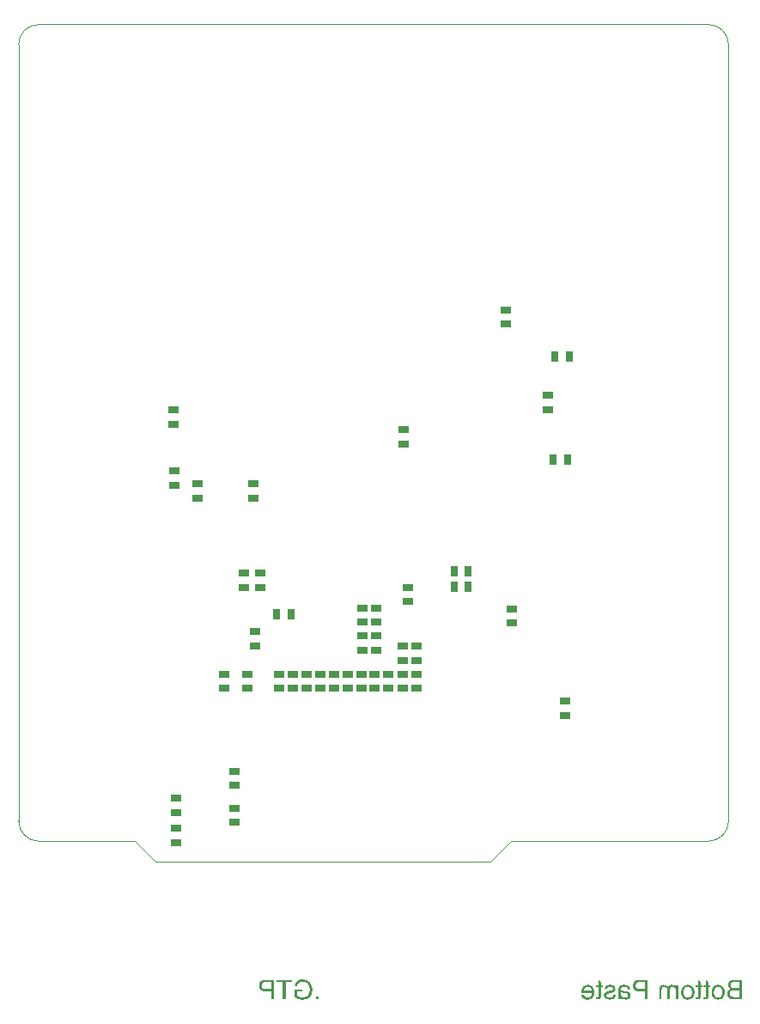
<source format=gbp>
G04 Layer_Color=128*
%FSLAX43Y43*%
%MOMM*%
G71*
G01*
G75*
%ADD10R,1.000X0.640*%
%ADD11R,0.640X1.000*%
%ADD12R,1.000X0.640*%
%ADD13C,0.100*%
G36*
X57396Y-11837D02*
Y-12181D01*
X57571D01*
Y-12365D01*
X57396D01*
Y-13170D01*
Y-13209D01*
Y-13242D01*
X57394Y-13272D01*
X57391Y-13303D01*
Y-13328D01*
X57388Y-13350D01*
X57383Y-13386D01*
X57377Y-13414D01*
X57374Y-13433D01*
X57369Y-13445D01*
Y-13447D01*
X57358Y-13472D01*
X57341Y-13492D01*
X57324Y-13511D01*
X57310Y-13525D01*
X57294Y-13539D01*
X57283Y-13547D01*
X57274Y-13553D01*
X57272Y-13556D01*
X57241Y-13569D01*
X57210Y-13578D01*
X57177Y-13586D01*
X57144Y-13589D01*
X57116Y-13592D01*
X57094Y-13594D01*
X57072D01*
X57011Y-13592D01*
X56980Y-13589D01*
X56952Y-13583D01*
X56927Y-13581D01*
X56908Y-13578D01*
X56897Y-13575D01*
X56891D01*
X56922Y-13367D01*
X56944Y-13370D01*
X56966Y-13372D01*
X56986D01*
X56999Y-13375D01*
X57027D01*
X57063Y-13372D01*
X57088Y-13367D01*
X57102Y-13361D01*
X57108Y-13358D01*
X57127Y-13345D01*
X57138Y-13331D01*
X57147Y-13320D01*
X57149Y-13314D01*
X57152Y-13300D01*
X57155Y-13281D01*
X57158Y-13236D01*
X57160Y-13217D01*
Y-13200D01*
Y-13189D01*
Y-13184D01*
Y-12365D01*
X56922D01*
Y-12181D01*
X57160D01*
Y-11696D01*
X57396Y-11837D01*
D02*
G37*
G36*
X56172Y-12154D02*
X56222Y-12159D01*
X56269Y-12167D01*
X56314Y-12181D01*
X56355Y-12195D01*
X56394Y-12212D01*
X56430Y-12229D01*
X56461Y-12248D01*
X56491Y-12265D01*
X56516Y-12284D01*
X56539Y-12301D01*
X56555Y-12315D01*
X56569Y-12328D01*
X56580Y-12337D01*
X56586Y-12342D01*
X56589Y-12345D01*
X56619Y-12384D01*
X56647Y-12426D01*
X56672Y-12467D01*
X56694Y-12512D01*
X56711Y-12559D01*
X56725Y-12603D01*
X56747Y-12692D01*
X56755Y-12731D01*
X56761Y-12770D01*
X56763Y-12803D01*
X56766Y-12834D01*
X56769Y-12859D01*
Y-12875D01*
Y-12889D01*
Y-12892D01*
X56766Y-12953D01*
X56761Y-13011D01*
X56752Y-13067D01*
X56741Y-13117D01*
X56727Y-13164D01*
X56714Y-13209D01*
X56697Y-13247D01*
X56680Y-13283D01*
X56664Y-13314D01*
X56647Y-13342D01*
X56633Y-13364D01*
X56619Y-13383D01*
X56608Y-13400D01*
X56600Y-13411D01*
X56594Y-13417D01*
X56591Y-13420D01*
X56555Y-13453D01*
X56519Y-13481D01*
X56480Y-13506D01*
X56439Y-13528D01*
X56400Y-13544D01*
X56358Y-13561D01*
X56280Y-13583D01*
X56244Y-13589D01*
X56211Y-13594D01*
X56180Y-13600D01*
X56155Y-13603D01*
X56136Y-13606D01*
X56106D01*
X56019Y-13600D01*
X55942Y-13586D01*
X55872Y-13569D01*
X55845Y-13558D01*
X55817Y-13547D01*
X55792Y-13536D01*
X55770Y-13525D01*
X55753Y-13517D01*
X55736Y-13508D01*
X55725Y-13500D01*
X55717Y-13494D01*
X55711Y-13489D01*
X55709D01*
X55653Y-13439D01*
X55609Y-13386D01*
X55570Y-13331D01*
X55542Y-13278D01*
X55520Y-13231D01*
X55511Y-13209D01*
X55503Y-13192D01*
X55498Y-13175D01*
X55495Y-13164D01*
X55492Y-13159D01*
Y-13156D01*
X55736Y-13125D01*
X55758Y-13178D01*
X55783Y-13222D01*
X55808Y-13261D01*
X55831Y-13292D01*
X55850Y-13314D01*
X55867Y-13331D01*
X55881Y-13342D01*
X55883Y-13345D01*
X55920Y-13367D01*
X55956Y-13383D01*
X55994Y-13395D01*
X56028Y-13403D01*
X56058Y-13408D01*
X56083Y-13411D01*
X56106D01*
X56139Y-13408D01*
X56169Y-13406D01*
X56225Y-13392D01*
X56275Y-13372D01*
X56319Y-13350D01*
X56353Y-13331D01*
X56378Y-13311D01*
X56394Y-13297D01*
X56397Y-13292D01*
X56400D01*
X56439Y-13242D01*
X56469Y-13186D01*
X56491Y-13125D01*
X56508Y-13070D01*
X56516Y-13020D01*
X56522Y-12998D01*
X56525Y-12978D01*
Y-12961D01*
X56528Y-12950D01*
Y-12942D01*
Y-12939D01*
X55486D01*
X55484Y-12911D01*
Y-12892D01*
Y-12881D01*
Y-12878D01*
X55486Y-12814D01*
X55492Y-12756D01*
X55500Y-12700D01*
X55511Y-12648D01*
X55525Y-12601D01*
X55539Y-12556D01*
X55556Y-12517D01*
X55572Y-12481D01*
X55589Y-12448D01*
X55606Y-12420D01*
X55620Y-12398D01*
X55634Y-12378D01*
X55645Y-12362D01*
X55653Y-12351D01*
X55659Y-12345D01*
X55661Y-12342D01*
X55695Y-12309D01*
X55731Y-12279D01*
X55770Y-12254D01*
X55808Y-12231D01*
X55847Y-12212D01*
X55883Y-12198D01*
X55922Y-12184D01*
X55956Y-12176D01*
X55992Y-12167D01*
X56022Y-12162D01*
X56050Y-12156D01*
X56072Y-12154D01*
X56092Y-12151D01*
X56119D01*
X56172Y-12154D01*
D02*
G37*
G36*
X67996Y-11837D02*
Y-12181D01*
X68171D01*
Y-12365D01*
X67996D01*
Y-13170D01*
Y-13209D01*
Y-13242D01*
X67993Y-13272D01*
X67991Y-13303D01*
Y-13328D01*
X67988Y-13350D01*
X67982Y-13386D01*
X67977Y-13414D01*
X67974Y-13433D01*
X67968Y-13445D01*
Y-13447D01*
X67957Y-13472D01*
X67941Y-13492D01*
X67924Y-13511D01*
X67910Y-13525D01*
X67893Y-13539D01*
X67882Y-13547D01*
X67874Y-13553D01*
X67871Y-13556D01*
X67841Y-13569D01*
X67810Y-13578D01*
X67777Y-13586D01*
X67743Y-13589D01*
X67716Y-13592D01*
X67693Y-13594D01*
X67671D01*
X67610Y-13592D01*
X67580Y-13589D01*
X67552Y-13583D01*
X67527Y-13581D01*
X67507Y-13578D01*
X67496Y-13575D01*
X67491D01*
X67521Y-13367D01*
X67544Y-13370D01*
X67566Y-13372D01*
X67585D01*
X67599Y-13375D01*
X67627D01*
X67663Y-13372D01*
X67688Y-13367D01*
X67702Y-13361D01*
X67707Y-13358D01*
X67727Y-13345D01*
X67738Y-13331D01*
X67746Y-13320D01*
X67749Y-13314D01*
X67752Y-13300D01*
X67755Y-13281D01*
X67757Y-13236D01*
X67760Y-13217D01*
Y-13200D01*
Y-13189D01*
Y-13184D01*
Y-12365D01*
X67521D01*
Y-12181D01*
X67760D01*
Y-11696D01*
X67996Y-11837D01*
D02*
G37*
G36*
X67249D02*
Y-12181D01*
X67424D01*
Y-12365D01*
X67249D01*
Y-13170D01*
Y-13209D01*
Y-13242D01*
X67246Y-13272D01*
X67244Y-13303D01*
Y-13328D01*
X67241Y-13350D01*
X67235Y-13386D01*
X67230Y-13414D01*
X67227Y-13433D01*
X67222Y-13445D01*
Y-13447D01*
X67210Y-13472D01*
X67194Y-13492D01*
X67177Y-13511D01*
X67163Y-13525D01*
X67147Y-13539D01*
X67135Y-13547D01*
X67127Y-13553D01*
X67124Y-13556D01*
X67094Y-13569D01*
X67063Y-13578D01*
X67030Y-13586D01*
X66997Y-13589D01*
X66969Y-13592D01*
X66947Y-13594D01*
X66924D01*
X66863Y-13592D01*
X66833Y-13589D01*
X66805Y-13583D01*
X66780Y-13581D01*
X66761Y-13578D01*
X66750Y-13575D01*
X66744D01*
X66775Y-13367D01*
X66797Y-13370D01*
X66819Y-13372D01*
X66838D01*
X66852Y-13375D01*
X66880D01*
X66916Y-13372D01*
X66941Y-13367D01*
X66955Y-13361D01*
X66961Y-13358D01*
X66980Y-13345D01*
X66991Y-13331D01*
X66999Y-13320D01*
X67002Y-13314D01*
X67005Y-13300D01*
X67008Y-13281D01*
X67011Y-13236D01*
X67013Y-13217D01*
Y-13200D01*
Y-13189D01*
Y-13184D01*
Y-12365D01*
X66775D01*
Y-12181D01*
X67013D01*
Y-11696D01*
X67249Y-11837D01*
D02*
G37*
G36*
X71300Y-13575D02*
X70567D01*
X70500Y-13572D01*
X70442Y-13569D01*
X70389Y-13564D01*
X70345Y-13558D01*
X70309Y-13553D01*
X70281Y-13550D01*
X70264Y-13544D01*
X70259D01*
X70212Y-13531D01*
X70173Y-13517D01*
X70137Y-13500D01*
X70106Y-13483D01*
X70081Y-13472D01*
X70062Y-13461D01*
X70050Y-13453D01*
X70048Y-13450D01*
X70017Y-13425D01*
X69989Y-13395D01*
X69967Y-13364D01*
X69945Y-13336D01*
X69928Y-13308D01*
X69917Y-13289D01*
X69909Y-13275D01*
X69906Y-13270D01*
X69887Y-13225D01*
X69873Y-13181D01*
X69862Y-13139D01*
X69856Y-13100D01*
X69851Y-13067D01*
X69848Y-13039D01*
Y-13023D01*
Y-13020D01*
Y-13017D01*
X69851Y-12956D01*
X69862Y-12900D01*
X69878Y-12853D01*
X69895Y-12809D01*
X69912Y-12775D01*
X69928Y-12750D01*
X69939Y-12734D01*
X69942Y-12728D01*
X69981Y-12684D01*
X70023Y-12648D01*
X70070Y-12617D01*
X70112Y-12592D01*
X70150Y-12573D01*
X70184Y-12562D01*
X70195Y-12556D01*
X70203Y-12553D01*
X70209Y-12551D01*
X70212D01*
X70164Y-12523D01*
X70123Y-12495D01*
X70089Y-12465D01*
X70062Y-12437D01*
X70039Y-12415D01*
X70023Y-12392D01*
X70014Y-12381D01*
X70012Y-12376D01*
X69989Y-12334D01*
X69973Y-12295D01*
X69959Y-12256D01*
X69951Y-12220D01*
X69945Y-12190D01*
X69942Y-12165D01*
Y-12151D01*
Y-12145D01*
X69945Y-12098D01*
X69953Y-12051D01*
X69967Y-12009D01*
X69981Y-11970D01*
X69995Y-11937D01*
X70009Y-11915D01*
X70017Y-11898D01*
X70020Y-11893D01*
X70050Y-11851D01*
X70084Y-11812D01*
X70120Y-11782D01*
X70153Y-11757D01*
X70181Y-11737D01*
X70206Y-11723D01*
X70223Y-11715D01*
X70225Y-11712D01*
X70228D01*
X70281Y-11693D01*
X70339Y-11679D01*
X70398Y-11668D01*
X70453Y-11662D01*
X70503Y-11657D01*
X70525D01*
X70545Y-11654D01*
X71300D01*
Y-13575D01*
D02*
G37*
G36*
X66025Y-12154D02*
X66069Y-12156D01*
X66155Y-12176D01*
X66230Y-12201D01*
X66264Y-12215D01*
X66294Y-12229D01*
X66322Y-12242D01*
X66344Y-12256D01*
X66366Y-12270D01*
X66383Y-12281D01*
X66397Y-12292D01*
X66408Y-12301D01*
X66414Y-12304D01*
X66416Y-12306D01*
X66455Y-12342D01*
X66486Y-12384D01*
X66516Y-12428D01*
X66539Y-12473D01*
X66561Y-12520D01*
X66577Y-12570D01*
X66591Y-12617D01*
X66602Y-12662D01*
X66614Y-12706D01*
X66619Y-12745D01*
X66625Y-12784D01*
X66627Y-12814D01*
Y-12842D01*
X66630Y-12862D01*
Y-12873D01*
Y-12878D01*
X66627Y-12942D01*
X66622Y-13003D01*
X66614Y-13059D01*
X66602Y-13111D01*
X66589Y-13159D01*
X66575Y-13203D01*
X66558Y-13245D01*
X66541Y-13281D01*
X66525Y-13314D01*
X66508Y-13342D01*
X66494Y-13364D01*
X66480Y-13383D01*
X66469Y-13400D01*
X66461Y-13411D01*
X66455Y-13417D01*
X66452Y-13420D01*
X66416Y-13453D01*
X66380Y-13481D01*
X66341Y-13506D01*
X66303Y-13528D01*
X66264Y-13544D01*
X66222Y-13561D01*
X66147Y-13583D01*
X66114Y-13589D01*
X66080Y-13594D01*
X66053Y-13600D01*
X66028Y-13603D01*
X66006Y-13606D01*
X65978D01*
X65911Y-13603D01*
X65850Y-13592D01*
X65792Y-13578D01*
X65745Y-13564D01*
X65703Y-13547D01*
X65686Y-13542D01*
X65672Y-13536D01*
X65659Y-13531D01*
X65650Y-13525D01*
X65647Y-13522D01*
X65645D01*
X65589Y-13486D01*
X65542Y-13447D01*
X65500Y-13408D01*
X65467Y-13370D01*
X65442Y-13336D01*
X65423Y-13308D01*
X65417Y-13297D01*
X65411Y-13289D01*
X65409Y-13286D01*
Y-13283D01*
X65381Y-13220D01*
X65361Y-13150D01*
X65345Y-13081D01*
X65336Y-13011D01*
X65331Y-12981D01*
Y-12953D01*
X65328Y-12925D01*
X65325Y-12903D01*
Y-12884D01*
Y-12870D01*
Y-12862D01*
Y-12859D01*
X65328Y-12798D01*
X65334Y-12742D01*
X65342Y-12689D01*
X65353Y-12639D01*
X65367Y-12592D01*
X65384Y-12551D01*
X65400Y-12509D01*
X65417Y-12476D01*
X65434Y-12445D01*
X65450Y-12417D01*
X65467Y-12392D01*
X65481Y-12373D01*
X65492Y-12359D01*
X65500Y-12348D01*
X65506Y-12342D01*
X65509Y-12340D01*
X65545Y-12306D01*
X65581Y-12279D01*
X65620Y-12251D01*
X65659Y-12231D01*
X65697Y-12212D01*
X65736Y-12198D01*
X65811Y-12173D01*
X65847Y-12167D01*
X65878Y-12162D01*
X65906Y-12156D01*
X65931Y-12154D01*
X65950Y-12151D01*
X65978D01*
X66025Y-12154D01*
D02*
G37*
G36*
X58401Y-12156D02*
X58435Y-12159D01*
X58465Y-12165D01*
X58490Y-12170D01*
X58510Y-12176D01*
X58521Y-12179D01*
X58526Y-12181D01*
X58560Y-12192D01*
X58590Y-12204D01*
X58615Y-12215D01*
X58637Y-12226D01*
X58654Y-12234D01*
X58665Y-12242D01*
X58674Y-12245D01*
X58676Y-12248D01*
X58704Y-12267D01*
X58726Y-12290D01*
X58746Y-12315D01*
X58762Y-12334D01*
X58776Y-12353D01*
X58785Y-12367D01*
X58790Y-12378D01*
X58793Y-12381D01*
X58807Y-12412D01*
X58818Y-12440D01*
X58823Y-12470D01*
X58829Y-12495D01*
X58832Y-12520D01*
X58835Y-12537D01*
Y-12548D01*
Y-12553D01*
X58832Y-12592D01*
X58826Y-12626D01*
X58818Y-12659D01*
X58810Y-12687D01*
X58801Y-12709D01*
X58793Y-12728D01*
X58787Y-12739D01*
X58785Y-12742D01*
X58762Y-12773D01*
X58737Y-12798D01*
X58712Y-12820D01*
X58687Y-12839D01*
X58665Y-12853D01*
X58649Y-12864D01*
X58637Y-12870D01*
X58632Y-12873D01*
X58612Y-12881D01*
X58587Y-12892D01*
X58532Y-12911D01*
X58474Y-12928D01*
X58413Y-12948D01*
X58360Y-12961D01*
X58335Y-12970D01*
X58313Y-12975D01*
X58296Y-12981D01*
X58282Y-12984D01*
X58274Y-12986D01*
X58271D01*
X58235Y-12995D01*
X58204Y-13003D01*
X58177Y-13011D01*
X58152Y-13020D01*
X58129Y-13025D01*
X58110Y-13034D01*
X58077Y-13045D01*
X58054Y-13053D01*
X58041Y-13061D01*
X58032Y-13064D01*
X58029Y-13067D01*
X58004Y-13084D01*
X57988Y-13106D01*
X57974Y-13125D01*
X57966Y-13145D01*
X57960Y-13164D01*
X57957Y-13178D01*
Y-13189D01*
Y-13192D01*
X57960Y-13225D01*
X57968Y-13253D01*
X57982Y-13281D01*
X57996Y-13303D01*
X58013Y-13322D01*
X58024Y-13336D01*
X58035Y-13345D01*
X58038Y-13347D01*
X58071Y-13370D01*
X58107Y-13383D01*
X58149Y-13395D01*
X58188Y-13403D01*
X58224Y-13408D01*
X58252Y-13411D01*
X58279D01*
X58338Y-13408D01*
X58388Y-13400D01*
X58429Y-13389D01*
X58465Y-13375D01*
X58493Y-13361D01*
X58515Y-13350D01*
X58526Y-13342D01*
X58532Y-13339D01*
X58562Y-13308D01*
X58587Y-13272D01*
X58604Y-13236D01*
X58618Y-13203D01*
X58629Y-13172D01*
X58635Y-13145D01*
X58640Y-13128D01*
Y-13125D01*
Y-13122D01*
X58873Y-13159D01*
X58854Y-13236D01*
X58829Y-13306D01*
X58798Y-13361D01*
X58768Y-13408D01*
X58740Y-13447D01*
X58715Y-13472D01*
X58699Y-13489D01*
X58696Y-13492D01*
X58693Y-13494D01*
X58665Y-13514D01*
X58635Y-13531D01*
X58568Y-13558D01*
X58499Y-13578D01*
X58432Y-13592D01*
X58401Y-13597D01*
X58374Y-13600D01*
X58346Y-13603D01*
X58324D01*
X58304Y-13606D01*
X58279D01*
X58218Y-13603D01*
X58165Y-13597D01*
X58116Y-13589D01*
X58071Y-13578D01*
X58035Y-13567D01*
X58007Y-13558D01*
X57991Y-13553D01*
X57988Y-13550D01*
X57985D01*
X57938Y-13525D01*
X57899Y-13500D01*
X57866Y-13472D01*
X57835Y-13447D01*
X57813Y-13425D01*
X57799Y-13406D01*
X57788Y-13395D01*
X57785Y-13389D01*
X57763Y-13350D01*
X57746Y-13308D01*
X57732Y-13272D01*
X57724Y-13239D01*
X57719Y-13209D01*
X57716Y-13186D01*
Y-13172D01*
Y-13167D01*
X57719Y-13122D01*
X57724Y-13084D01*
X57735Y-13050D01*
X57743Y-13020D01*
X57755Y-12995D01*
X57766Y-12978D01*
X57771Y-12967D01*
X57774Y-12964D01*
X57796Y-12936D01*
X57821Y-12911D01*
X57846Y-12889D01*
X57871Y-12873D01*
X57896Y-12859D01*
X57913Y-12850D01*
X57924Y-12845D01*
X57930Y-12842D01*
X57949Y-12834D01*
X57971Y-12825D01*
X58024Y-12806D01*
X58082Y-12787D01*
X58140Y-12770D01*
X58193Y-12753D01*
X58218Y-12748D01*
X58238Y-12742D01*
X58254Y-12737D01*
X58268Y-12734D01*
X58277Y-12731D01*
X58279D01*
X58310Y-12723D01*
X58338Y-12714D01*
X58363Y-12709D01*
X58385Y-12700D01*
X58421Y-12692D01*
X58449Y-12684D01*
X58468Y-12676D01*
X58479Y-12673D01*
X58485Y-12670D01*
X58488D01*
X58510Y-12659D01*
X58529Y-12651D01*
X58546Y-12639D01*
X58557Y-12631D01*
X58568Y-12623D01*
X58574Y-12614D01*
X58576Y-12612D01*
X58579Y-12609D01*
X58596Y-12581D01*
X58604Y-12553D01*
Y-12542D01*
X58607Y-12534D01*
Y-12528D01*
Y-12526D01*
X58604Y-12501D01*
X58596Y-12476D01*
X58585Y-12453D01*
X58571Y-12437D01*
X58560Y-12420D01*
X58549Y-12409D01*
X58540Y-12403D01*
X58537Y-12401D01*
X58507Y-12381D01*
X58471Y-12367D01*
X58432Y-12359D01*
X58396Y-12351D01*
X58360Y-12348D01*
X58332Y-12345D01*
X58304D01*
X58257Y-12348D01*
X58213Y-12353D01*
X58177Y-12365D01*
X58149Y-12376D01*
X58124Y-12387D01*
X58107Y-12398D01*
X58096Y-12403D01*
X58093Y-12406D01*
X58066Y-12431D01*
X58046Y-12459D01*
X58029Y-12487D01*
X58016Y-12512D01*
X58007Y-12537D01*
X58002Y-12556D01*
X57999Y-12567D01*
Y-12573D01*
X57768Y-12542D01*
X57780Y-12495D01*
X57791Y-12453D01*
X57805Y-12417D01*
X57818Y-12384D01*
X57832Y-12362D01*
X57843Y-12342D01*
X57849Y-12331D01*
X57852Y-12328D01*
X57877Y-12301D01*
X57905Y-12276D01*
X57935Y-12254D01*
X57966Y-12234D01*
X57993Y-12220D01*
X58016Y-12209D01*
X58029Y-12204D01*
X58032Y-12201D01*
X58035D01*
X58082Y-12184D01*
X58132Y-12173D01*
X58179Y-12162D01*
X58224Y-12156D01*
X58265Y-12154D01*
X58296Y-12151D01*
X58363D01*
X58401Y-12156D01*
D02*
G37*
G36*
X62033Y-13575D02*
X61777D01*
Y-12795D01*
X61286D01*
X61214Y-12792D01*
X61144Y-12787D01*
X61083Y-12778D01*
X61028Y-12767D01*
X60975Y-12756D01*
X60931Y-12742D01*
X60889Y-12725D01*
X60853Y-12709D01*
X60822Y-12695D01*
X60795Y-12678D01*
X60772Y-12664D01*
X60756Y-12651D01*
X60742Y-12642D01*
X60733Y-12634D01*
X60728Y-12628D01*
X60725Y-12626D01*
X60697Y-12592D01*
X60672Y-12559D01*
X60653Y-12526D01*
X60634Y-12490D01*
X60617Y-12453D01*
X60606Y-12420D01*
X60586Y-12356D01*
X60581Y-12326D01*
X60575Y-12298D01*
X60572Y-12273D01*
X60570Y-12254D01*
X60567Y-12234D01*
Y-12223D01*
Y-12215D01*
Y-12212D01*
X60570Y-12159D01*
X60575Y-12109D01*
X60586Y-12065D01*
X60595Y-12026D01*
X60606Y-11993D01*
X60617Y-11968D01*
X60622Y-11954D01*
X60625Y-11948D01*
X60647Y-11906D01*
X60675Y-11870D01*
X60700Y-11837D01*
X60725Y-11812D01*
X60747Y-11793D01*
X60764Y-11776D01*
X60775Y-11768D01*
X60781Y-11765D01*
X60817Y-11743D01*
X60858Y-11723D01*
X60897Y-11707D01*
X60933Y-11693D01*
X60967Y-11684D01*
X60992Y-11679D01*
X61011Y-11673D01*
X61017D01*
X61058Y-11668D01*
X61105Y-11662D01*
X61155Y-11659D01*
X61203Y-11657D01*
X61244Y-11654D01*
X62033D01*
Y-13575D01*
D02*
G37*
G36*
X69012Y-12154D02*
X69057Y-12156D01*
X69143Y-12176D01*
X69218Y-12201D01*
X69251Y-12215D01*
X69281Y-12229D01*
X69309Y-12242D01*
X69331Y-12256D01*
X69354Y-12270D01*
X69370Y-12281D01*
X69384Y-12292D01*
X69395Y-12301D01*
X69401Y-12304D01*
X69404Y-12306D01*
X69442Y-12342D01*
X69473Y-12384D01*
X69504Y-12428D01*
X69526Y-12473D01*
X69548Y-12520D01*
X69565Y-12570D01*
X69579Y-12617D01*
X69590Y-12662D01*
X69601Y-12706D01*
X69606Y-12745D01*
X69612Y-12784D01*
X69615Y-12814D01*
Y-12842D01*
X69617Y-12862D01*
Y-12873D01*
Y-12878D01*
X69615Y-12942D01*
X69609Y-13003D01*
X69601Y-13059D01*
X69590Y-13111D01*
X69576Y-13159D01*
X69562Y-13203D01*
X69545Y-13245D01*
X69529Y-13281D01*
X69512Y-13314D01*
X69495Y-13342D01*
X69481Y-13364D01*
X69467Y-13383D01*
X69456Y-13400D01*
X69448Y-13411D01*
X69442Y-13417D01*
X69440Y-13420D01*
X69404Y-13453D01*
X69368Y-13481D01*
X69329Y-13506D01*
X69290Y-13528D01*
X69251Y-13544D01*
X69209Y-13561D01*
X69134Y-13583D01*
X69101Y-13589D01*
X69068Y-13594D01*
X69040Y-13600D01*
X69015Y-13603D01*
X68993Y-13606D01*
X68965D01*
X68898Y-13603D01*
X68837Y-13592D01*
X68779Y-13578D01*
X68732Y-13564D01*
X68690Y-13547D01*
X68673Y-13542D01*
X68660Y-13536D01*
X68646Y-13531D01*
X68637Y-13525D01*
X68635Y-13522D01*
X68632D01*
X68576Y-13486D01*
X68529Y-13447D01*
X68487Y-13408D01*
X68454Y-13370D01*
X68429Y-13336D01*
X68410Y-13308D01*
X68404Y-13297D01*
X68399Y-13289D01*
X68396Y-13286D01*
Y-13283D01*
X68368Y-13220D01*
X68349Y-13150D01*
X68332Y-13081D01*
X68324Y-13011D01*
X68318Y-12981D01*
Y-12953D01*
X68315Y-12925D01*
X68313Y-12903D01*
Y-12884D01*
Y-12870D01*
Y-12862D01*
Y-12859D01*
X68315Y-12798D01*
X68321Y-12742D01*
X68329Y-12689D01*
X68340Y-12639D01*
X68354Y-12592D01*
X68371Y-12551D01*
X68388Y-12509D01*
X68404Y-12476D01*
X68421Y-12445D01*
X68438Y-12417D01*
X68454Y-12392D01*
X68468Y-12373D01*
X68479Y-12359D01*
X68487Y-12348D01*
X68493Y-12342D01*
X68496Y-12340D01*
X68532Y-12306D01*
X68568Y-12279D01*
X68607Y-12251D01*
X68646Y-12231D01*
X68685Y-12212D01*
X68723Y-12198D01*
X68798Y-12173D01*
X68835Y-12167D01*
X68865Y-12162D01*
X68893Y-12156D01*
X68918Y-12154D01*
X68937Y-12151D01*
X68965D01*
X69012Y-12154D01*
D02*
G37*
G36*
X26951Y-11882D02*
X26318D01*
Y-13575D01*
X26063D01*
Y-11882D01*
X25430D01*
Y-11654D01*
X26951D01*
Y-11882D01*
D02*
G37*
G36*
X25166Y-13575D02*
X24910D01*
Y-12795D01*
X24419D01*
X24347Y-12792D01*
X24277Y-12787D01*
X24216Y-12778D01*
X24161Y-12767D01*
X24108Y-12756D01*
X24064Y-12742D01*
X24022Y-12725D01*
X23986Y-12709D01*
X23955Y-12695D01*
X23928Y-12678D01*
X23905Y-12664D01*
X23889Y-12651D01*
X23875Y-12642D01*
X23867Y-12634D01*
X23861Y-12628D01*
X23858Y-12626D01*
X23830Y-12592D01*
X23805Y-12559D01*
X23786Y-12526D01*
X23767Y-12490D01*
X23750Y-12453D01*
X23739Y-12420D01*
X23719Y-12356D01*
X23714Y-12326D01*
X23708Y-12298D01*
X23706Y-12273D01*
X23703Y-12254D01*
X23700Y-12234D01*
Y-12223D01*
Y-12215D01*
Y-12212D01*
X23703Y-12159D01*
X23708Y-12109D01*
X23719Y-12065D01*
X23728Y-12026D01*
X23739Y-11993D01*
X23750Y-11968D01*
X23756Y-11954D01*
X23758Y-11948D01*
X23780Y-11906D01*
X23808Y-11870D01*
X23833Y-11837D01*
X23858Y-11812D01*
X23880Y-11793D01*
X23897Y-11776D01*
X23908Y-11768D01*
X23914Y-11765D01*
X23950Y-11743D01*
X23991Y-11723D01*
X24030Y-11707D01*
X24066Y-11693D01*
X24100Y-11684D01*
X24125Y-11679D01*
X24144Y-11673D01*
X24150D01*
X24191Y-11668D01*
X24239Y-11662D01*
X24289Y-11659D01*
X24336Y-11657D01*
X24377Y-11654D01*
X25166D01*
Y-13575D01*
D02*
G37*
G36*
X64467Y-12154D02*
X64515Y-12162D01*
X64556Y-12170D01*
X64592Y-12181D01*
X64623Y-12195D01*
X64645Y-12204D01*
X64659Y-12212D01*
X64665Y-12215D01*
X64703Y-12240D01*
X64737Y-12267D01*
X64767Y-12295D01*
X64792Y-12323D01*
X64812Y-12345D01*
X64828Y-12365D01*
X64837Y-12376D01*
X64840Y-12381D01*
Y-12181D01*
X65051D01*
Y-13575D01*
X64815D01*
Y-12853D01*
X64812Y-12787D01*
X64809Y-12728D01*
X64803Y-12678D01*
X64795Y-12637D01*
X64787Y-12606D01*
X64781Y-12584D01*
X64778Y-12570D01*
X64776Y-12564D01*
X64759Y-12528D01*
X64740Y-12498D01*
X64720Y-12470D01*
X64701Y-12448D01*
X64681Y-12431D01*
X64667Y-12420D01*
X64656Y-12412D01*
X64654Y-12409D01*
X64620Y-12392D01*
X64590Y-12378D01*
X64556Y-12370D01*
X64529Y-12362D01*
X64506Y-12359D01*
X64487Y-12356D01*
X64470D01*
X64423Y-12359D01*
X64384Y-12367D01*
X64351Y-12381D01*
X64326Y-12395D01*
X64306Y-12412D01*
X64293Y-12423D01*
X64284Y-12434D01*
X64282Y-12437D01*
X64262Y-12470D01*
X64248Y-12506D01*
X64237Y-12545D01*
X64232Y-12584D01*
X64226Y-12617D01*
X64223Y-12648D01*
Y-12659D01*
Y-12664D01*
Y-12670D01*
Y-12673D01*
Y-13575D01*
X63987D01*
Y-12767D01*
X63982Y-12692D01*
X63971Y-12628D01*
X63957Y-12576D01*
X63937Y-12531D01*
X63921Y-12498D01*
X63904Y-12476D01*
X63893Y-12462D01*
X63890Y-12456D01*
X63851Y-12423D01*
X63810Y-12398D01*
X63768Y-12381D01*
X63729Y-12367D01*
X63696Y-12362D01*
X63668Y-12359D01*
X63657Y-12356D01*
X63643D01*
X63612Y-12359D01*
X63587Y-12362D01*
X63562Y-12367D01*
X63543Y-12376D01*
X63524Y-12384D01*
X63512Y-12390D01*
X63504Y-12392D01*
X63501Y-12395D01*
X63479Y-12412D01*
X63463Y-12428D01*
X63449Y-12445D01*
X63438Y-12462D01*
X63429Y-12476D01*
X63424Y-12487D01*
X63418Y-12495D01*
Y-12498D01*
X63410Y-12523D01*
X63404Y-12556D01*
X63401Y-12589D01*
X63399Y-12623D01*
X63396Y-12653D01*
Y-12678D01*
Y-12695D01*
Y-12698D01*
Y-12700D01*
Y-13575D01*
X63160D01*
Y-12620D01*
Y-12576D01*
X63165Y-12537D01*
X63171Y-12498D01*
X63177Y-12465D01*
X63185Y-12431D01*
X63196Y-12403D01*
X63204Y-12378D01*
X63215Y-12353D01*
X63227Y-12334D01*
X63235Y-12315D01*
X63254Y-12290D01*
X63265Y-12273D01*
X63271Y-12267D01*
X63315Y-12229D01*
X63368Y-12201D01*
X63421Y-12179D01*
X63471Y-12165D01*
X63518Y-12156D01*
X63537Y-12154D01*
X63557D01*
X63571Y-12151D01*
X63590D01*
X63640Y-12154D01*
X63685Y-12162D01*
X63729Y-12173D01*
X63771Y-12190D01*
X63810Y-12209D01*
X63846Y-12229D01*
X63876Y-12251D01*
X63907Y-12273D01*
X63934Y-12298D01*
X63957Y-12320D01*
X63976Y-12340D01*
X63993Y-12359D01*
X64007Y-12376D01*
X64015Y-12387D01*
X64021Y-12395D01*
X64023Y-12398D01*
X64040Y-12356D01*
X64062Y-12320D01*
X64087Y-12290D01*
X64109Y-12265D01*
X64132Y-12242D01*
X64148Y-12229D01*
X64159Y-12220D01*
X64165Y-12217D01*
X64204Y-12195D01*
X64245Y-12179D01*
X64287Y-12167D01*
X64329Y-12159D01*
X64362Y-12154D01*
X64393Y-12151D01*
X64418D01*
X64467Y-12154D01*
D02*
G37*
G36*
X29605Y-13575D02*
X29336D01*
Y-13306D01*
X29605D01*
Y-13575D01*
D02*
G37*
G36*
X28103Y-11626D02*
X28200Y-11640D01*
X28245Y-11648D01*
X28286Y-11659D01*
X28325Y-11668D01*
X28361Y-11679D01*
X28395Y-11690D01*
X28422Y-11701D01*
X28447Y-11712D01*
X28470Y-11720D01*
X28486Y-11729D01*
X28497Y-11734D01*
X28506Y-11737D01*
X28508Y-11740D01*
X28547Y-11765D01*
X28586Y-11790D01*
X28653Y-11848D01*
X28711Y-11906D01*
X28758Y-11968D01*
X28797Y-12020D01*
X28811Y-12043D01*
X28822Y-12065D01*
X28833Y-12081D01*
X28839Y-12092D01*
X28842Y-12101D01*
X28844Y-12104D01*
X28883Y-12195D01*
X28911Y-12287D01*
X28933Y-12376D01*
X28939Y-12417D01*
X28947Y-12456D01*
X28950Y-12492D01*
X28955Y-12523D01*
X28958Y-12553D01*
Y-12578D01*
X28961Y-12598D01*
Y-12612D01*
Y-12623D01*
Y-12626D01*
X28955Y-12728D01*
X28941Y-12825D01*
X28933Y-12870D01*
X28925Y-12911D01*
X28914Y-12953D01*
X28903Y-12989D01*
X28892Y-13023D01*
X28880Y-13050D01*
X28872Y-13078D01*
X28864Y-13097D01*
X28855Y-13117D01*
X28850Y-13128D01*
X28844Y-13136D01*
Y-13139D01*
X28794Y-13220D01*
X28739Y-13289D01*
X28681Y-13350D01*
X28625Y-13400D01*
X28572Y-13439D01*
X28553Y-13453D01*
X28533Y-13467D01*
X28517Y-13475D01*
X28506Y-13483D01*
X28497Y-13486D01*
X28495Y-13489D01*
X28450Y-13511D01*
X28406Y-13528D01*
X28317Y-13558D01*
X28231Y-13578D01*
X28150Y-13594D01*
X28114Y-13597D01*
X28081Y-13603D01*
X28050Y-13606D01*
X28025D01*
X28006Y-13608D01*
X27978D01*
X27900Y-13606D01*
X27825Y-13597D01*
X27756Y-13583D01*
X27695Y-13569D01*
X27670Y-13564D01*
X27645Y-13558D01*
X27623Y-13550D01*
X27603Y-13544D01*
X27589Y-13539D01*
X27578Y-13536D01*
X27573Y-13533D01*
X27570D01*
X27495Y-13503D01*
X27426Y-13467D01*
X27359Y-13428D01*
X27301Y-13392D01*
X27276Y-13375D01*
X27251Y-13358D01*
X27231Y-13345D01*
X27215Y-13333D01*
X27201Y-13322D01*
X27190Y-13314D01*
X27184Y-13311D01*
X27181Y-13308D01*
Y-12595D01*
X27998D01*
Y-12823D01*
X27431D01*
Y-13184D01*
X27465Y-13211D01*
X27503Y-13236D01*
X27545Y-13259D01*
X27584Y-13278D01*
X27617Y-13295D01*
X27648Y-13308D01*
X27659Y-13314D01*
X27664Y-13317D01*
X27670Y-13320D01*
X27673D01*
X27731Y-13339D01*
X27789Y-13356D01*
X27842Y-13367D01*
X27892Y-13372D01*
X27934Y-13378D01*
X27950D01*
X27967Y-13381D01*
X27995D01*
X28064Y-13378D01*
X28131Y-13367D01*
X28192Y-13353D01*
X28247Y-13339D01*
X28292Y-13322D01*
X28311Y-13317D01*
X28325Y-13311D01*
X28339Y-13306D01*
X28347Y-13300D01*
X28353Y-13297D01*
X28356D01*
X28414Y-13261D01*
X28467Y-13222D01*
X28511Y-13181D01*
X28547Y-13139D01*
X28578Y-13100D01*
X28597Y-13070D01*
X28606Y-13059D01*
X28608Y-13050D01*
X28614Y-13045D01*
Y-13042D01*
X28642Y-12973D01*
X28664Y-12900D01*
X28678Y-12828D01*
X28689Y-12759D01*
X28692Y-12728D01*
X28694Y-12700D01*
X28697Y-12673D01*
Y-12651D01*
X28700Y-12634D01*
Y-12620D01*
Y-12612D01*
Y-12609D01*
X28697Y-12531D01*
X28689Y-12462D01*
X28678Y-12395D01*
X28664Y-12337D01*
X28658Y-12312D01*
X28650Y-12290D01*
X28644Y-12270D01*
X28639Y-12254D01*
X28633Y-12240D01*
X28631Y-12231D01*
X28628Y-12226D01*
Y-12223D01*
X28608Y-12184D01*
X28589Y-12148D01*
X28569Y-12115D01*
X28550Y-12087D01*
X28533Y-12065D01*
X28520Y-12045D01*
X28508Y-12034D01*
X28506Y-12031D01*
X28475Y-12001D01*
X28442Y-11973D01*
X28406Y-11951D01*
X28372Y-11929D01*
X28345Y-11915D01*
X28322Y-11901D01*
X28306Y-11895D01*
X28300Y-11893D01*
X28250Y-11873D01*
X28200Y-11859D01*
X28147Y-11851D01*
X28100Y-11843D01*
X28059Y-11840D01*
X28042D01*
X28028Y-11837D01*
X27998D01*
X27945Y-11840D01*
X27895Y-11845D01*
X27850Y-11854D01*
X27812Y-11862D01*
X27778Y-11873D01*
X27753Y-11882D01*
X27739Y-11887D01*
X27734Y-11890D01*
X27692Y-11909D01*
X27656Y-11931D01*
X27623Y-11954D01*
X27598Y-11976D01*
X27578Y-11995D01*
X27562Y-12009D01*
X27553Y-12020D01*
X27551Y-12023D01*
X27526Y-12056D01*
X27506Y-12095D01*
X27487Y-12131D01*
X27470Y-12170D01*
X27459Y-12204D01*
X27451Y-12229D01*
X27448Y-12240D01*
X27445Y-12248D01*
X27442Y-12251D01*
Y-12254D01*
X27212Y-12192D01*
X27231Y-12123D01*
X27256Y-12062D01*
X27281Y-12006D01*
X27304Y-11962D01*
X27326Y-11926D01*
X27342Y-11901D01*
X27353Y-11884D01*
X27359Y-11879D01*
X27398Y-11834D01*
X27440Y-11798D01*
X27484Y-11765D01*
X27526Y-11737D01*
X27564Y-11718D01*
X27595Y-11701D01*
X27606Y-11696D01*
X27614Y-11693D01*
X27620Y-11690D01*
X27623D01*
X27687Y-11668D01*
X27753Y-11651D01*
X27814Y-11637D01*
X27873Y-11629D01*
X27925Y-11623D01*
X27948D01*
X27964Y-11621D01*
X28053D01*
X28103Y-11626D01*
D02*
G37*
G36*
X59751Y-12154D02*
X59809Y-12159D01*
X59865Y-12167D01*
X59909Y-12176D01*
X59948Y-12184D01*
X59976Y-12192D01*
X59987Y-12195D01*
X59995Y-12198D01*
X59998Y-12201D01*
X60001D01*
X60048Y-12220D01*
X60089Y-12245D01*
X60125Y-12267D01*
X60156Y-12290D01*
X60178Y-12312D01*
X60195Y-12328D01*
X60206Y-12340D01*
X60209Y-12342D01*
X60234Y-12378D01*
X60256Y-12417D01*
X60273Y-12456D01*
X60287Y-12492D01*
X60298Y-12528D01*
X60306Y-12553D01*
X60309Y-12564D01*
Y-12573D01*
X60312Y-12576D01*
Y-12578D01*
X60081Y-12609D01*
X60064Y-12559D01*
X60048Y-12514D01*
X60028Y-12478D01*
X60012Y-12451D01*
X59995Y-12428D01*
X59981Y-12415D01*
X59970Y-12406D01*
X59967Y-12403D01*
X59934Y-12384D01*
X59895Y-12370D01*
X59853Y-12359D01*
X59815Y-12353D01*
X59776Y-12348D01*
X59748Y-12345D01*
X59720D01*
X59656Y-12348D01*
X59601Y-12356D01*
X59556Y-12370D01*
X59518Y-12384D01*
X59490Y-12401D01*
X59468Y-12412D01*
X59454Y-12423D01*
X59451Y-12426D01*
X59429Y-12451D01*
X59412Y-12481D01*
X59398Y-12514D01*
X59390Y-12548D01*
X59384Y-12578D01*
X59381Y-12606D01*
Y-12623D01*
Y-12626D01*
Y-12628D01*
Y-12634D01*
Y-12645D01*
Y-12664D01*
X59384Y-12681D01*
Y-12687D01*
Y-12689D01*
X59412Y-12698D01*
X59443Y-12706D01*
X59506Y-12723D01*
X59579Y-12737D01*
X59645Y-12750D01*
X59679Y-12756D01*
X59709Y-12759D01*
X59737Y-12764D01*
X59759Y-12767D01*
X59778Y-12770D01*
X59792D01*
X59803Y-12773D01*
X59806D01*
X59856Y-12778D01*
X59898Y-12787D01*
X59934Y-12792D01*
X59962Y-12798D01*
X59984Y-12800D01*
X60001Y-12806D01*
X60012Y-12809D01*
X60014D01*
X60051Y-12820D01*
X60081Y-12831D01*
X60112Y-12845D01*
X60137Y-12856D01*
X60159Y-12867D01*
X60173Y-12878D01*
X60184Y-12884D01*
X60187Y-12887D01*
X60214Y-12906D01*
X60237Y-12928D01*
X60259Y-12950D01*
X60275Y-12973D01*
X60289Y-12992D01*
X60300Y-13009D01*
X60306Y-13020D01*
X60309Y-13023D01*
X60323Y-13053D01*
X60334Y-13086D01*
X60342Y-13117D01*
X60348Y-13147D01*
X60350Y-13172D01*
X60353Y-13192D01*
Y-13203D01*
Y-13209D01*
X60350Y-13242D01*
X60348Y-13270D01*
X60334Y-13328D01*
X60314Y-13375D01*
X60292Y-13417D01*
X60270Y-13450D01*
X60250Y-13475D01*
X60237Y-13489D01*
X60231Y-13494D01*
X60181Y-13531D01*
X60125Y-13558D01*
X60064Y-13578D01*
X60009Y-13592D01*
X59959Y-13600D01*
X59937Y-13603D01*
X59917D01*
X59901Y-13606D01*
X59878D01*
X59828Y-13603D01*
X59778Y-13597D01*
X59734Y-13592D01*
X59695Y-13583D01*
X59665Y-13575D01*
X59640Y-13567D01*
X59623Y-13564D01*
X59617Y-13561D01*
X59570Y-13542D01*
X59526Y-13517D01*
X59484Y-13489D01*
X59443Y-13464D01*
X59409Y-13439D01*
X59384Y-13420D01*
X59368Y-13406D01*
X59365Y-13400D01*
X59362D01*
X59356Y-13436D01*
X59351Y-13470D01*
X59345Y-13500D01*
X59337Y-13525D01*
X59329Y-13547D01*
X59323Y-13561D01*
X59320Y-13572D01*
X59318Y-13575D01*
X59071D01*
X59084Y-13544D01*
X59098Y-13514D01*
X59109Y-13486D01*
X59115Y-13461D01*
X59123Y-13439D01*
X59126Y-13422D01*
X59129Y-13411D01*
Y-13408D01*
X59132Y-13389D01*
X59134Y-13364D01*
Y-13336D01*
X59137Y-13306D01*
X59140Y-13236D01*
Y-13167D01*
X59143Y-13100D01*
Y-13070D01*
Y-13045D01*
Y-13023D01*
Y-13006D01*
Y-12995D01*
Y-12992D01*
Y-12676D01*
Y-12623D01*
X59145Y-12576D01*
X59148Y-12539D01*
Y-12509D01*
X59151Y-12487D01*
X59154Y-12470D01*
X59157Y-12462D01*
Y-12459D01*
X59165Y-12423D01*
X59176Y-12392D01*
X59187Y-12367D01*
X59201Y-12342D01*
X59212Y-12326D01*
X59220Y-12312D01*
X59226Y-12304D01*
X59229Y-12301D01*
X59251Y-12279D01*
X59276Y-12256D01*
X59304Y-12240D01*
X59332Y-12223D01*
X59356Y-12212D01*
X59376Y-12204D01*
X59390Y-12198D01*
X59395Y-12195D01*
X59440Y-12181D01*
X59487Y-12170D01*
X59534Y-12162D01*
X59581Y-12156D01*
X59623Y-12154D01*
X59654Y-12151D01*
X59684D01*
X59751Y-12154D01*
D02*
G37*
%LPC*%
G36*
X56133Y-12345D02*
X56117D01*
X56083Y-12348D01*
X56053Y-12351D01*
X55994Y-12367D01*
X55945Y-12390D01*
X55903Y-12415D01*
X55870Y-12440D01*
X55845Y-12462D01*
X55831Y-12478D01*
X55825Y-12481D01*
Y-12484D01*
X55800Y-12520D01*
X55778Y-12562D01*
X55764Y-12603D01*
X55750Y-12648D01*
X55742Y-12684D01*
X55736Y-12717D01*
Y-12728D01*
X55734Y-12737D01*
Y-12742D01*
Y-12745D01*
X56514D01*
X56505Y-12681D01*
X56489Y-12623D01*
X56469Y-12573D01*
X56447Y-12534D01*
X56428Y-12501D01*
X56408Y-12476D01*
X56397Y-12462D01*
X56391Y-12456D01*
X56347Y-12420D01*
X56303Y-12392D01*
X56255Y-12373D01*
X56211Y-12359D01*
X56175Y-12351D01*
X56144Y-12348D01*
X56133Y-12345D01*
D02*
G37*
G36*
X71044Y-12687D02*
X70539D01*
X70481Y-12692D01*
X70434Y-12698D01*
X70395Y-12703D01*
X70364Y-12709D01*
X70339Y-12714D01*
X70328Y-12717D01*
X70323Y-12720D01*
X70286Y-12734D01*
X70256Y-12750D01*
X70228Y-12770D01*
X70206Y-12789D01*
X70189Y-12806D01*
X70178Y-12820D01*
X70170Y-12831D01*
X70167Y-12834D01*
X70148Y-12864D01*
X70134Y-12895D01*
X70123Y-12925D01*
X70117Y-12953D01*
X70112Y-12978D01*
X70109Y-13000D01*
Y-13011D01*
Y-13017D01*
X70112Y-13050D01*
X70114Y-13084D01*
X70120Y-13111D01*
X70128Y-13134D01*
X70137Y-13153D01*
X70142Y-13170D01*
X70145Y-13178D01*
X70148Y-13181D01*
X70164Y-13206D01*
X70178Y-13228D01*
X70198Y-13245D01*
X70212Y-13261D01*
X70225Y-13272D01*
X70236Y-13281D01*
X70245Y-13286D01*
X70248Y-13289D01*
X70295Y-13311D01*
X70342Y-13328D01*
X70361Y-13333D01*
X70378Y-13336D01*
X70389Y-13339D01*
X70392D01*
X70414Y-13342D01*
X70439Y-13345D01*
X70497Y-13347D01*
X71044D01*
Y-12687D01*
D02*
G37*
G36*
Y-11882D02*
X70589D01*
X70528Y-11887D01*
X70481Y-11890D01*
X70439Y-11895D01*
X70409Y-11901D01*
X70389Y-11904D01*
X70375Y-11909D01*
X70373D01*
X70342Y-11920D01*
X70314Y-11937D01*
X70292Y-11954D01*
X70273Y-11970D01*
X70259Y-11984D01*
X70248Y-11998D01*
X70242Y-12006D01*
X70239Y-12009D01*
X70223Y-12037D01*
X70212Y-12065D01*
X70203Y-12092D01*
X70198Y-12120D01*
X70195Y-12142D01*
X70192Y-12159D01*
Y-12170D01*
Y-12176D01*
X70195Y-12212D01*
X70200Y-12245D01*
X70209Y-12273D01*
X70217Y-12295D01*
X70225Y-12315D01*
X70234Y-12331D01*
X70239Y-12340D01*
X70242Y-12342D01*
X70261Y-12365D01*
X70286Y-12387D01*
X70311Y-12403D01*
X70334Y-12415D01*
X70356Y-12426D01*
X70373Y-12434D01*
X70384Y-12437D01*
X70389Y-12440D01*
X70420Y-12445D01*
X70459Y-12451D01*
X70497Y-12453D01*
X70536Y-12456D01*
X70572Y-12459D01*
X71044D01*
Y-11882D01*
D02*
G37*
G36*
X65994Y-12345D02*
X65978D01*
X65944Y-12348D01*
X65914Y-12351D01*
X65858Y-12365D01*
X65808Y-12387D01*
X65767Y-12412D01*
X65733Y-12437D01*
X65708Y-12456D01*
X65692Y-12473D01*
X65686Y-12476D01*
Y-12478D01*
X65664Y-12503D01*
X65647Y-12534D01*
X65617Y-12595D01*
X65595Y-12662D01*
X65581Y-12723D01*
X65572Y-12781D01*
X65570Y-12806D01*
Y-12828D01*
X65567Y-12845D01*
Y-12859D01*
Y-12867D01*
Y-12870D01*
Y-12920D01*
X65572Y-12967D01*
X65578Y-13009D01*
X65586Y-13050D01*
X65595Y-13086D01*
X65606Y-13120D01*
X65614Y-13150D01*
X65625Y-13178D01*
X65636Y-13200D01*
X65647Y-13222D01*
X65659Y-13239D01*
X65667Y-13253D01*
X65675Y-13264D01*
X65681Y-13272D01*
X65683Y-13275D01*
X65686Y-13278D01*
X65708Y-13300D01*
X65733Y-13322D01*
X65781Y-13356D01*
X65831Y-13378D01*
X65875Y-13395D01*
X65917Y-13403D01*
X65947Y-13408D01*
X65961Y-13411D01*
X65978D01*
X66011Y-13408D01*
X66042Y-13406D01*
X66100Y-13392D01*
X66150Y-13370D01*
X66192Y-13345D01*
X66225Y-13322D01*
X66250Y-13300D01*
X66266Y-13286D01*
X66269Y-13281D01*
X66272D01*
X66291Y-13253D01*
X66311Y-13225D01*
X66339Y-13161D01*
X66361Y-13095D01*
X66375Y-13028D01*
X66383Y-12970D01*
X66386Y-12945D01*
Y-12923D01*
X66389Y-12903D01*
Y-12889D01*
Y-12881D01*
Y-12878D01*
X66386Y-12831D01*
X66383Y-12784D01*
X66378Y-12742D01*
X66369Y-12703D01*
X66361Y-12667D01*
X66353Y-12634D01*
X66341Y-12606D01*
X66330Y-12578D01*
X66319Y-12556D01*
X66308Y-12534D01*
X66300Y-12517D01*
X66291Y-12503D01*
X66283Y-12492D01*
X66278Y-12484D01*
X66272Y-12481D01*
Y-12478D01*
X66250Y-12456D01*
X66225Y-12434D01*
X66178Y-12401D01*
X66128Y-12378D01*
X66080Y-12362D01*
X66039Y-12351D01*
X66008Y-12348D01*
X65994Y-12345D01*
D02*
G37*
G36*
X61777Y-11882D02*
X61228D01*
X61178Y-11884D01*
X61136Y-11887D01*
X61103Y-11890D01*
X61081Y-11895D01*
X61064Y-11898D01*
X61053Y-11901D01*
X61050D01*
X61014Y-11915D01*
X60983Y-11931D01*
X60956Y-11948D01*
X60931Y-11968D01*
X60914Y-11987D01*
X60900Y-12001D01*
X60892Y-12012D01*
X60889Y-12015D01*
X60870Y-12048D01*
X60853Y-12081D01*
X60842Y-12117D01*
X60836Y-12148D01*
X60831Y-12176D01*
X60828Y-12201D01*
Y-12215D01*
Y-12217D01*
Y-12220D01*
X60833Y-12279D01*
X60845Y-12328D01*
X60861Y-12373D01*
X60881Y-12409D01*
X60900Y-12437D01*
X60917Y-12459D01*
X60928Y-12470D01*
X60933Y-12476D01*
X60953Y-12492D01*
X60978Y-12506D01*
X61031Y-12528D01*
X61089Y-12545D01*
X61147Y-12556D01*
X61200Y-12562D01*
X61222Y-12564D01*
X61242D01*
X61261Y-12567D01*
X61777D01*
Y-11882D01*
D02*
G37*
G36*
X68982Y-12345D02*
X68965D01*
X68932Y-12348D01*
X68901Y-12351D01*
X68846Y-12365D01*
X68796Y-12387D01*
X68754Y-12412D01*
X68721Y-12437D01*
X68696Y-12456D01*
X68679Y-12473D01*
X68673Y-12476D01*
Y-12478D01*
X68651Y-12503D01*
X68635Y-12534D01*
X68604Y-12595D01*
X68582Y-12662D01*
X68568Y-12723D01*
X68560Y-12781D01*
X68557Y-12806D01*
Y-12828D01*
X68554Y-12845D01*
Y-12859D01*
Y-12867D01*
Y-12870D01*
Y-12920D01*
X68560Y-12967D01*
X68565Y-13009D01*
X68574Y-13050D01*
X68582Y-13086D01*
X68593Y-13120D01*
X68601Y-13150D01*
X68612Y-13178D01*
X68624Y-13200D01*
X68635Y-13222D01*
X68646Y-13239D01*
X68654Y-13253D01*
X68662Y-13264D01*
X68668Y-13272D01*
X68671Y-13275D01*
X68673Y-13278D01*
X68696Y-13300D01*
X68721Y-13322D01*
X68768Y-13356D01*
X68818Y-13378D01*
X68862Y-13395D01*
X68904Y-13403D01*
X68934Y-13408D01*
X68948Y-13411D01*
X68965D01*
X68998Y-13408D01*
X69029Y-13406D01*
X69087Y-13392D01*
X69137Y-13370D01*
X69179Y-13345D01*
X69212Y-13322D01*
X69237Y-13300D01*
X69254Y-13286D01*
X69256Y-13281D01*
X69259D01*
X69279Y-13253D01*
X69298Y-13225D01*
X69326Y-13161D01*
X69348Y-13095D01*
X69362Y-13028D01*
X69370Y-12970D01*
X69373Y-12945D01*
Y-12923D01*
X69376Y-12903D01*
Y-12889D01*
Y-12881D01*
Y-12878D01*
X69373Y-12831D01*
X69370Y-12784D01*
X69365Y-12742D01*
X69356Y-12703D01*
X69348Y-12667D01*
X69340Y-12634D01*
X69329Y-12606D01*
X69318Y-12578D01*
X69306Y-12556D01*
X69295Y-12534D01*
X69287Y-12517D01*
X69279Y-12503D01*
X69270Y-12492D01*
X69265Y-12484D01*
X69259Y-12481D01*
Y-12478D01*
X69237Y-12456D01*
X69212Y-12434D01*
X69165Y-12401D01*
X69115Y-12378D01*
X69068Y-12362D01*
X69026Y-12351D01*
X68996Y-12348D01*
X68982Y-12345D01*
D02*
G37*
G36*
X24910Y-11882D02*
X24361D01*
X24311Y-11884D01*
X24269Y-11887D01*
X24236Y-11890D01*
X24214Y-11895D01*
X24197Y-11898D01*
X24186Y-11901D01*
X24183D01*
X24147Y-11915D01*
X24116Y-11931D01*
X24089Y-11948D01*
X24064Y-11968D01*
X24047Y-11987D01*
X24033Y-12001D01*
X24025Y-12012D01*
X24022Y-12015D01*
X24003Y-12048D01*
X23986Y-12081D01*
X23975Y-12117D01*
X23969Y-12148D01*
X23964Y-12176D01*
X23961Y-12201D01*
Y-12215D01*
Y-12217D01*
Y-12220D01*
X23966Y-12279D01*
X23978Y-12328D01*
X23994Y-12373D01*
X24014Y-12409D01*
X24033Y-12437D01*
X24050Y-12459D01*
X24061Y-12470D01*
X24066Y-12476D01*
X24086Y-12492D01*
X24111Y-12506D01*
X24164Y-12528D01*
X24222Y-12545D01*
X24280Y-12556D01*
X24333Y-12562D01*
X24355Y-12564D01*
X24375D01*
X24394Y-12567D01*
X24910D01*
Y-11882D01*
D02*
G37*
G36*
X59384Y-12875D02*
X59381D01*
X59384Y-12964D01*
X59387Y-13020D01*
X59390Y-13067D01*
X59395Y-13106D01*
X59404Y-13139D01*
X59412Y-13164D01*
X59418Y-13184D01*
X59420Y-13195D01*
X59423Y-13197D01*
X59445Y-13234D01*
X59468Y-13267D01*
X59495Y-13295D01*
X59520Y-13317D01*
X59542Y-13336D01*
X59562Y-13350D01*
X59573Y-13358D01*
X59579Y-13361D01*
X59620Y-13381D01*
X59662Y-13395D01*
X59701Y-13406D01*
X59740Y-13411D01*
X59770Y-13417D01*
X59798Y-13420D01*
X59820D01*
X59870Y-13417D01*
X59912Y-13411D01*
X59948Y-13400D01*
X59978Y-13389D01*
X60001Y-13378D01*
X60017Y-13367D01*
X60028Y-13361D01*
X60031Y-13358D01*
X60053Y-13333D01*
X60070Y-13306D01*
X60084Y-13281D01*
X60092Y-13256D01*
X60098Y-13234D01*
X60101Y-13217D01*
Y-13203D01*
Y-13200D01*
X60098Y-13178D01*
X60095Y-13156D01*
X60089Y-13139D01*
X60084Y-13122D01*
X60078Y-13109D01*
X60076Y-13097D01*
X60070Y-13092D01*
Y-13089D01*
X60042Y-13056D01*
X60009Y-13034D01*
X59998Y-13025D01*
X59987Y-13020D01*
X59978Y-13014D01*
X59976D01*
X59948Y-13003D01*
X59917Y-12995D01*
X59884Y-12986D01*
X59851Y-12981D01*
X59820Y-12975D01*
X59792Y-12970D01*
X59776Y-12967D01*
X59770D01*
X59723Y-12959D01*
X59679Y-12953D01*
X59640Y-12945D01*
X59601Y-12936D01*
X59565Y-12928D01*
X59534Y-12920D01*
X59504Y-12914D01*
X59479Y-12906D01*
X59456Y-12900D01*
X59437Y-12895D01*
X59420Y-12889D01*
X59406Y-12884D01*
X59395Y-12881D01*
X59387Y-12878D01*
X59384Y-12875D01*
D02*
G37*
%LPD*%
D10*
X32420Y18465D02*
D03*
X32420Y17065D02*
D03*
X15525Y6225D02*
D03*
X15525Y4825D02*
D03*
X15525Y3275D02*
D03*
X15525Y1875D02*
D03*
X28370Y18465D02*
D03*
X28370Y17065D02*
D03*
X22225Y28425D02*
D03*
X22225Y27025D02*
D03*
X33770Y18465D02*
D03*
X33770Y17065D02*
D03*
X53900Y15825D02*
D03*
X53900Y14425D02*
D03*
X15275Y44500D02*
D03*
X15275Y43100D02*
D03*
X23350Y22675D02*
D03*
X23350Y21275D02*
D03*
X35120Y18465D02*
D03*
X35120Y17065D02*
D03*
X25670Y18465D02*
D03*
X25670Y17065D02*
D03*
X29720Y18465D02*
D03*
X29720Y17065D02*
D03*
X31070Y18465D02*
D03*
X31070Y17065D02*
D03*
X36470Y18465D02*
D03*
X36470Y17065D02*
D03*
X33870Y22240D02*
D03*
X33870Y20840D02*
D03*
X39195Y18465D02*
D03*
X39195Y17065D02*
D03*
X27020Y18465D02*
D03*
X27020Y17065D02*
D03*
X37845Y21215D02*
D03*
X37845Y19815D02*
D03*
X35220Y24990D02*
D03*
X35220Y23590D02*
D03*
X15325Y37100D02*
D03*
X15325Y38500D02*
D03*
D11*
X42945Y27065D02*
D03*
X44345D02*
D03*
X52725Y39575D02*
D03*
X54125D02*
D03*
X52875Y49750D02*
D03*
X54275D02*
D03*
X25445Y24340D02*
D03*
X26845D02*
D03*
X42945Y28565D02*
D03*
X44345D02*
D03*
D12*
X22575Y18450D02*
D03*
X22575Y17050D02*
D03*
X21250Y3850D02*
D03*
X21250Y5250D02*
D03*
X38360Y25640D02*
D03*
X38360Y27040D02*
D03*
X23795Y27015D02*
D03*
X23795Y28415D02*
D03*
X47995Y52965D02*
D03*
X47995Y54365D02*
D03*
X52225Y44525D02*
D03*
X52225Y45925D02*
D03*
X37845Y17065D02*
D03*
X37845Y18465D02*
D03*
X35220Y20840D02*
D03*
X35220Y22240D02*
D03*
X21250Y7500D02*
D03*
X21250Y8900D02*
D03*
X37970Y41140D02*
D03*
X37970Y42540D02*
D03*
X33870Y23590D02*
D03*
X33870Y24990D02*
D03*
X39195Y19815D02*
D03*
X39195Y21215D02*
D03*
X20300Y17050D02*
D03*
X20300Y18450D02*
D03*
X48595Y23490D02*
D03*
X48595Y24890D02*
D03*
X17675Y35825D02*
D03*
X17675Y37225D02*
D03*
X23175Y35825D02*
D03*
X23175Y37225D02*
D03*
D13*
X0Y4000D02*
G03*
X2000Y2000I2000J0D01*
G01*
X2000Y82500D02*
G03*
X0Y80500I0J-2000D01*
G01*
X70000D02*
G03*
X68000Y82500I-2000J0D01*
G01*
X68000Y2000D02*
G03*
X70000Y4000I0J2000D01*
G01*
X11500Y2000D02*
X13500Y0D01*
X46500D01*
X48500Y2000D01*
Y2000D01*
X68000D01*
X2000Y82500D02*
X68000D01*
X2000Y2000D02*
X11500D01*
X0Y4000D02*
Y58000D01*
Y80500D01*
X70000Y4000D02*
Y58000D01*
Y80500D01*
X70000Y80500D02*
X70000Y80500D01*
M02*

</source>
